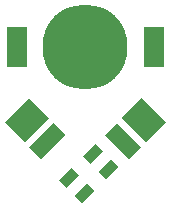
<source format=gts>
G04 #@! TF.FileFunction,Soldermask,Top*
%FSLAX46Y46*%
G04 Gerber Fmt 4.6, Leading zero omitted, Abs format (unit mm)*
G04 Created by KiCad (PCBNEW 4.0.2+dfsg1-stable) date Tue 27 Nov 2018 02:44:50 AM EST*
%MOMM*%
G01*
G04 APERTURE LIST*
%ADD10C,0.100000*%
%ADD11C,7.200000*%
%ADD12R,1.700000X3.400000*%
G04 APERTURE END LIST*
D10*
D11*
X147000000Y-96500000D03*
D12*
X141200000Y-96500000D03*
X152800000Y-96500000D03*
D10*
G36*
X149856279Y-106631619D02*
X148795619Y-107692279D01*
X148159223Y-107055883D01*
X149219883Y-105995223D01*
X149856279Y-106631619D01*
X149856279Y-106631619D01*
G37*
G36*
X148512777Y-105288117D02*
X147452117Y-106348777D01*
X146815721Y-105712381D01*
X147876381Y-104651721D01*
X148512777Y-105288117D01*
X148512777Y-105288117D01*
G37*
G36*
X144783721Y-107744381D02*
X145844381Y-106683721D01*
X146480777Y-107320117D01*
X145420117Y-108380777D01*
X144783721Y-107744381D01*
X144783721Y-107744381D01*
G37*
G36*
X146127223Y-109087883D02*
X147187883Y-108027223D01*
X147824279Y-108663619D01*
X146763619Y-109724279D01*
X146127223Y-109087883D01*
X146127223Y-109087883D01*
G37*
G36*
X151766396Y-100817994D02*
X153817006Y-102868604D01*
X152119950Y-104565660D01*
X150069340Y-102515050D01*
X151766396Y-100817994D01*
X151766396Y-100817994D01*
G37*
G36*
X149680431Y-102903959D02*
X151731041Y-104954569D01*
X150741091Y-105944519D01*
X148690481Y-103893909D01*
X149680431Y-102903959D01*
X149680431Y-102903959D01*
G37*
G36*
X140187994Y-102868604D02*
X142238604Y-100817994D01*
X143935660Y-102515050D01*
X141885050Y-104565660D01*
X140187994Y-102868604D01*
X140187994Y-102868604D01*
G37*
G36*
X142273959Y-104954569D02*
X144324569Y-102903959D01*
X145314519Y-103893909D01*
X143263909Y-105944519D01*
X142273959Y-104954569D01*
X142273959Y-104954569D01*
G37*
M02*

</source>
